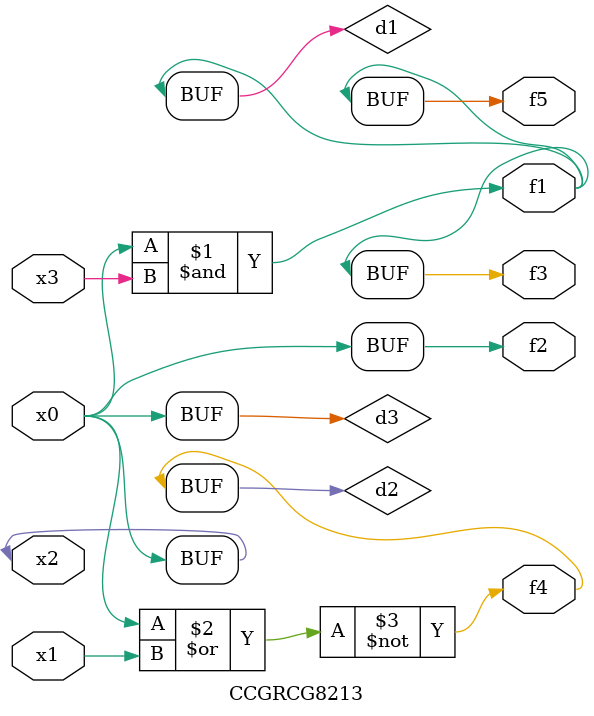
<source format=v>
module CCGRCG8213(
	input x0, x1, x2, x3,
	output f1, f2, f3, f4, f5
);

	wire d1, d2, d3;

	and (d1, x2, x3);
	nor (d2, x0, x1);
	buf (d3, x0, x2);
	assign f1 = d1;
	assign f2 = d3;
	assign f3 = d1;
	assign f4 = d2;
	assign f5 = d1;
endmodule

</source>
